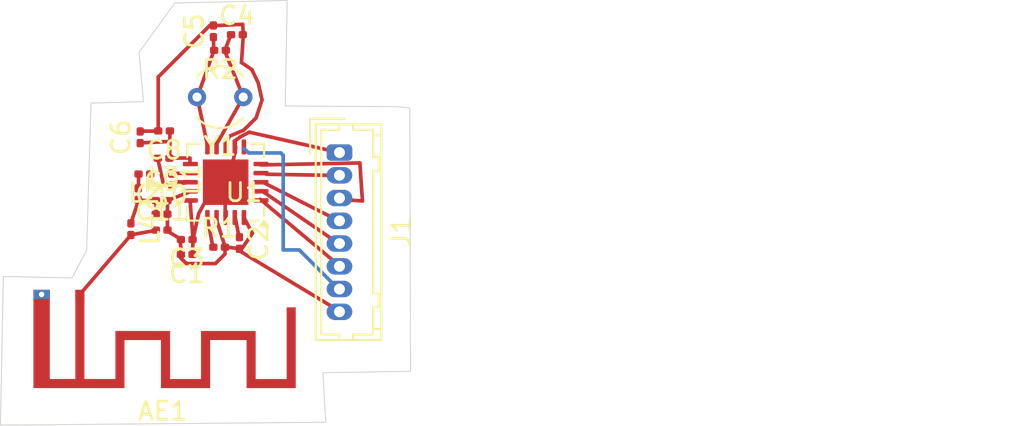
<source format=kicad_pcb>
(kicad_pcb (version 20240108) (generator "pcbnew") (generator_version "8.0")
  (title_block (title "Desarrollo de modulo NRF24L01 2.4GHz") (date "19") (rev "Josue Ocampo") (company "Josue Ocampo, Sistemas Embebidos II, UCB"))
  (layers (0 "F.Cu" signal) (31 "B.Cu" signal) (34 "B.Paste" user) (35 "F.Paste" user) (36 "B.SilkS" user "B.Silkscreen") (37 "F.SilkS" user "F.Silkscreen") (38 "B.Mask" user) (39 "F.Mask" user) (44 "Edge.Cuts" user))
  (net 0 "")
  (net 1 "Net-(AE1-A)")
  (net 2 "GND")
  (net 3 "VDD")
  (net 4 "Net-(U1-DVDD)")
  (net 5 "Net-(U1-XC2)")
  (net 6 "Net-(U1-XC1)")
  (net 7 "Net-(U1-VDD_PA)")
  (net 8 "Net-(C10-Pad1)")
  (net 9 "Net-(C7-Pad1)")
  (net 10 "Net-(J1-Pin_5)")
  (net 11 "Net-(J1-Pin_6)")
  (net 12 "Net-(J1-Pin_7)")
  (net 13 "Net-(J1-Pin_2)")
  (net 14 "Net-(J1-Pin_4)")
  (net 15 "Net-(J1-Pin_3)")
  (net 16 "Net-(U1-ANT1)")
  (net 17 "Net-(U1-ANT2)")
  (net 18 "Net-(U1-IREF)")
  (footprint "Capacitor_SMD:C_0201_0603Metric" (layer "F.Cu") (at 134.73 77.92)
    (property "Reference" "C9" (at 0 -1.05 0) (layer "F.SilkS"))
    (property "Value" "1p")
    (pad "1" smd roundrect (at -0.32 0) (size 0.46 0.4) (layers "F.Cu" "F.Mask") (net 8 "Net-(C10-Pad1)"))
    (pad "2" smd roundrect (at 0.32 0) (size 0.46 0.4) (layers "F.Cu" "F.Mask") (net 2 "GND"))
  )
  (footprint "Inductor_SMD:L_0201_0603Metric" (layer "F.Cu") (at 135.28 76.755 -90)
    (property "Reference" "L1" (at 0 -1.05 90) (layer "F.SilkS"))
    (property "Value" "8n2")
    (pad "1" smd roundrect (at -0.32 0 270) (size 0.46 0.4) (layers "F.Cu" "F.Mask") (net 16 "Net-(U1-ANT1)"))
    (pad "2" smd roundrect (at 0.32 0 270) (size 0.46 0.4) (layers "F.Cu" "F.Mask") (net 17 "Net-(U1-ANT2)"))
  )
  (footprint "Capacitor_SMD:C_0201_0603Metric" (layer "F.Cu") (at 139 80.25 -90)
    (property "Reference" "C2" (at 0 -1.05 90) (layer "F.SilkS"))
    (property "Value" "33nF")
    (pad "1" smd roundrect (at -0.32 0 270) (size 0.46 0.4) (layers "F.Cu" "F.Mask") (net 4 "Net-(U1-DVDD)"))
    (pad "2" smd roundrect (at 0.32 0 270) (size 0.46 0.4) (layers "F.Cu" "F.Mask") (net 2 "GND"))
  )
  (footprint "Capacitor_SMD:C_0201_0603Metric" (layer "F.Cu") (at 134.725 78.66)
    (property "Reference" "C10" (at 0 -1.05 0) (layer "F.SilkS"))
    (property "Value" "C")
    (pad "1" smd roundrect (at -0.32 0) (size 0.46 0.4) (layers "F.Cu" "F.Mask") (net 8 "Net-(C10-Pad1)"))
    (pad "2" smd roundrect (at 0.32 0) (size 0.46 0.4) (layers "F.Cu" "F.Mask") (net 2 "GND"))
  )
  (footprint "Inductor_SMD:L_0201_0603Metric" (layer "F.Cu") (at 133.78 76.46 180)
    (property "Reference" "L2" (at 0 -1.05 180) (layer "F.SilkS"))
    (property "Value" "3n9")
    (pad "1" smd roundrect (at -0.32 0 180) (size 0.46 0.4) (layers "F.Cu" "F.Mask") (net 16 "Net-(U1-ANT1)"))
    (pad "2" smd roundrect (at 0.32 0 180) (size 0.46 0.4) (layers "F.Cu" "F.Mask") (net 9 "Net-(C7-Pad1)"))
  )
  (footprint "Capacitor_SMD:C_0201_0603Metric" (layer "F.Cu") (at 137.57 68.615 90)
    (property "Reference" "C5" (at 0 -1.05 270) (layer "F.SilkS"))
    (property "Value" "22p")
    (pad "1" smd roundrect (at -0.32 0 90) (size 0.46 0.4) (layers "F.Cu" "F.Mask") (net 6 "Net-(U1-XC1)"))
    (pad "2" smd roundrect (at 0.32 0 90) (size 0.46 0.4) (layers "F.Cu" "F.Mask") (net 2 "GND"))
  )
  (footprint "Capacitor_SMD:C_0201_0603Metric" (layer "F.Cu") (at 133.55 74.44 90)
    (property "Reference" "C6" (at 0 -1.05 270) (layer "F.SilkS"))
    (property "Value" "C")
    (pad "1" smd roundrect (at -0.32 0 90) (size 0.46 0.4) (layers "F.Cu" "F.Mask") (net 7 "Net-(U1-VDD_PA)"))
    (pad "2" smd roundrect (at 0.32 0 90) (size 0.46 0.4) (layers "F.Cu" "F.Mask") (net 2 "GND"))
  )
  (footprint "Inductor_SMD:L_0201_0603Metric" (layer "F.Cu") (at 134.835 75.59 180)
    (property "Reference" "L3" (at 0 -1.05 180) (layer "F.SilkS"))
    (property "Value" "2n7")
    (pad "1" smd roundrect (at -0.32 0 180) (size 0.46 0.4) (layers "F.Cu" "F.Mask") (net 7 "Net-(U1-VDD_PA)"))
    (pad "2" smd roundrect (at 0.32 0 180) (size 0.46 0.4) (layers "F.Cu" "F.Mask") (net 17 "Net-(U1-ANT2)"))
  )
  (footprint "Capacitor_SMD:C_0201_0603Metric" (layer "F.Cu") (at 136.105 80.88 180)
    (property "Reference" "C1" (at 0 -1.05 180) (layer "F.SilkS"))
    (property "Value" "10n")
    (pad "1" smd roundrect (at -0.32 0 180) (size 0.46 0.4) (layers "F.Cu" "F.Mask") (net 3 "VDD"))
    (pad "2" smd roundrect (at 0.32 0 180) (size 0.46 0.4) (layers "F.Cu" "F.Mask") (net 2 "GND"))
  )
  (footprint "Capacitor_SMD:C_0201_0603Metric" (layer "F.Cu") (at 136.105 80.06 180)
    (property "Reference" "C3" (at 0 -1.05 180) (layer "F.SilkS"))
    (property "Value" "1n")
    (pad "1" smd roundrect (at -0.32 0 180) (size 0.46 0.4) (layers "F.Cu" "F.Mask") (net 3 "VDD"))
    (pad "2" smd roundrect (at 0.32 0 180) (size 0.46 0.4) (layers "F.Cu" "F.Mask") (net 2 "GND"))
  )
  (footprint "Inductor_SMD:L_0201_0603Metric" (layer "F.Cu") (at 133.04 79.49 -90)
    (property "Reference" "L4" (at 0 -1.05 90) (layer "F.SilkS"))
    (property "Value" "L")
    (pad "1" smd roundrect (at -0.32 0 270) (size 0.46 0.4) (layers "F.Cu" "F.Mask") (net 8 "Net-(C10-Pad1)"))
    (pad "2" smd roundrect (at 0.32 0 270) (size 0.46 0.4) (layers "F.Cu" "F.Mask") (net 1 "Net-(AE1-A)"))
  )
  (footprint "Resistor_SMD:R_0201_0603Metric" (layer "F.Cu") (at 137.885 80.48)
    (property "Reference" "R1" (at 0 -1.05 360) (layer "F.SilkS"))
    (property "Value" "22k")
    (pad "1" smd roundrect (at -0.32 0) (size 0.46 0.4) (layers "F.Cu" "F.Mask") (net 18 "Net-(U1-IREF)"))
    (pad "2" smd roundrect (at 0.32 0) (size 0.46 0.4) (layers "F.Cu" "F.Mask") (net 2 "GND"))
  )
  (footprint "Capacitor_SMD:C_0201_0603Metric" (layer "F.Cu") (at 134.86 74.09 180)
    (property "Reference" "C8" (at 0 -1.05 180) (layer "F.SilkS"))
    (property "Value" "C")
    (pad "1" smd roundrect (at -0.32 0 180) (size 0.46 0.4) (layers "F.Cu" "F.Mask") (net 7 "Net-(U1-VDD_PA)"))
    (pad "2" smd roundrect (at 0.32 0 180) (size 0.46 0.4) (layers "F.Cu" "F.Mask") (net 2 "GND"))
  )
  (footprint "Resistor_SMD:R_0201_0603Metric" (layer "F.Cu") (at 137.93 69.66 180)
    (property "Reference" "R2" (at 0 -1.05 180) (layer "F.SilkS"))
    (property "Value" "10M")
    (pad "1" smd roundrect (at -0.32 0 180) (size 0.46 0.4) (layers "F.Cu" "F.Mask") (net 5 "Net-(U1-XC2)"))
    (pad "2" smd roundrect (at 0.32 0 180) (size 0.46 0.4) (layers "F.Cu" "F.Mask") (net 6 "Net-(U1-XC1)"))
  )
  (footprint "Capacitor_SMD:C_0201_0603Metric" (layer "F.Cu") (at 134.73 79.54)
    (property "Reference" "C11" (at 0 -1.05 0) (layer "F.SilkS"))
    (property "Value" "C")
    (pad "1" smd roundrect (at -0.32 0) (size 0.46 0.4) (layers "F.Cu" "F.Mask") (net 1 "Net-(AE1-A)"))
    (pad "2" smd roundrect (at 0.32 0) (size 0.46 0.4) (layers "F.Cu" "F.Mask") (net 2 "GND"))
  )
  (footprint "Connector_Hirose:Hirose_DF13-08P-1.25DSA_1x08_P1.25mm_Vertical" (layer "F.Cu") (at 144.49 75.28 -90)
    (property "Reference" "J1" (at 4.38 -3.4 90) (layer "F.SilkS"))
    (property "Value" "Conn_01x08_Pin")
    (fp_line (start -1.86 1.61) (end 0.05 1.61) (stroke (width 0.12)) (layer "F.SilkS"))
    (fp_line (start -1.55 1.3) (end 10.3 1.3) (stroke (width 0.12)) (layer "F.SilkS"))
    (fp_line (start 10.3 1.3) (end 10.3 -2.3) (stroke (width 0.12)) (layer "F.SilkS"))
    (fp_line (start -1.25 1) (end 10 1) (stroke (width 0.12)) (layer "F.SilkS"))
    (fp_line (start 10 1) (end 10 0) (stroke (width 0.12)) (layer "F.SilkS"))
    (fp_line (start -1.55 0) (end -1.25 0) (stroke (width 0.12)) (layer "F.SilkS"))
    (fp_line (start -1.25 0) (end -1.25 1) (stroke (width 0.12)) (layer "F.SilkS"))
    (fp_line (start 10 0) (end 10.3 0) (stroke (width 0.12)) (layer "F.SilkS"))
    (fp_line (start -1.86 -0.3) (end -1.86 1.61) (stroke (width 0.12)) (layer "F.SilkS"))
    (fp_line (start -1.55 -0.75) (end -1.25 -0.75) (stroke (width 0.12)) (layer "F.SilkS"))
    (fp_line (start -1.25 -0.75) (end -1.25 -1.85) (stroke (width 0.12)) (layer "F.SilkS"))
    (fp_line (start 10 -0.75) (end 10 -1.85) (stroke (width 0.12)) (layer "F.SilkS"))
    (fp_line (start 10.3 -0.75) (end 10 -0.75) (stroke (width 0.12)) (layer "F.SilkS"))
    (fp_line (start -1.25 -1.85) (end -0.95 -1.85) (stroke (width 0.12)) (layer "F.SilkS"))
    (fp_line (start -0.95 -1.85) (end 0.25 -1.85) (stroke (width 0.12)) (layer "F.SilkS"))
    (fp_line (start -0.95 -1.85) (end -0.95 -2.3) (stroke (width 0.12)) (layer "F.SilkS"))
    (fp_line (start 0.25 -1.85) (end 0.25 -2.15) (stroke (width 0.12)) (layer "F.SilkS"))
    (fp_line (start 1 -1.85) (end 7.75 -1.85) (stroke (width 0.12)) (layer "F.SilkS"))
    (fp_line (start 7.75 -1.85) (end 7.75 -2.15) (stroke (width 0.12)) (layer "F.SilkS"))
    (fp_line (start 8.5 -1.85) (end 9.7 -1.85) (stroke (width 0.12)) (layer "F.SilkS"))
    (fp_line (start 9.7 -1.85) (end 9.7 -2.3) (stroke (width 0.12)) (layer "F.SilkS"))
    (fp_line (start 10 -1.85) (end 9.7 -1.85) (stroke (width 0.12)) (layer "F.SilkS"))
    (fp_line (start 0.25 -2.15) (end 1 -2.15) (stroke (width 0.12)) (layer "F.SilkS"))
    (fp_line (start 1 -2.15) (end 1 -1.85) (stroke (width 0.12)) (layer "F.SilkS"))
    (fp_line (start 7.75 -2.15) (end 8.5 -2.15) (stroke (width 0.12)) (layer "F.SilkS"))
    (fp_line (start 8.5 -2.15) (end 8.5 -1.85) (stroke (width 0.12)) (layer "F.SilkS"))
    (fp_line (start -1.55 -2.3) (end -1.55 1.3) (stroke (width 0.12)) (layer "F.SilkS"))
    (fp_line (start 10.3 -2.3) (end -1.55 -2.3) (stroke (width 0.12)) (layer "F.SilkS"))
    (pad "1" thru_hole roundrect (at 0 0 270) (size 0.9 1.4) (drill 0.6) (layers "*.Cu" "*.Mask") (net 3 "VDD"))
    (pad "2" thru_hole oval (at 1.25 0 270) (size 0.9 1.4) (drill 0.6) (layers "*.Cu" "*.Mask") (net 13 "Net-(J1-Pin_2)"))
    (pad "3" thru_hole oval (at 2.5 0 270) (size 0.9 1.4) (drill 0.6) (layers "*.Cu" "*.Mask") (net 15 "Net-(J1-Pin_3)"))
    (pad "4" thru_hole oval (at 3.75 0 270) (size 0.9 1.4) (drill 0.6) (layers "*.Cu" "*.Mask") (net 14 "Net-(J1-Pin_4)"))
    (pad "5" thru_hole oval (at 5 0 270) (size 0.9 1.4) (drill 0.6) (layers "*.Cu" "*.Mask") (net 10 "Net-(J1-Pin_5)"))
    (pad "6" thru_hole oval (at 6.25 0 270) (size 0.9 1.4) (drill 0.6) (layers "*.Cu" "*.Mask") (net 11 "Net-(J1-Pin_6)"))
    (pad "7" thru_hole oval (at 7.5 0 270) (size 0.9 1.4) (drill 0.6) (layers "*.Cu" "*.Mask") (net 12 "Net-(J1-Pin_7)"))
    (pad "8" thru_hole oval (at 8.75 0 270) (size 0.9 1.4) (drill 0.6) (layers "*.Cu" "*.Mask") (net 2 "GND"))
  )
  (footprint "RF_Antenna:Texas_SWRA117D_2.4GHz_Left" (layer "F.Cu") (at 130.24 83.075 180)
    (property "Reference" "AE1" (at -4.55 -6.41 180) (layer "F.SilkS"))
    (property "Value" "Antenna")
    (fp_poly (pts (xy -2.45 -2.51) (xy -4.45 -2.51) (xy -4.45 -5.15) (xy -7.15 -5.15) (xy -7.15 -2.51) (xy -9.15 -2.51) (xy -9.15 -5.15) (xy -11.85 -5.15) (xy -11.85 -0.71) (xy -11.35 -0.71) (xy -11.35 -4.65) (xy -9.65 -4.65) (xy -9.65 -2.01) (xy -6.65 -2.01) (xy -6.65 -4.65) (xy -4.95 -4.65) (xy -4.95 -2.01) (xy -1.95 -2.01) (xy -1.95 -4.65) (xy -0.25 -4.65) (xy -0.25 0.25) (xy 0.25 0.25) (xy 0.25 -4.65) (xy 1.65 -4.65) (xy 1.65 0.25) (xy 2.55 0.25) (xy 2.55 0.006785) (xy 2.247583 0.006785) (xy 2.237742 0.054395) (xy 2.213674 0.096797) (xy 2.175731 0.129581) (xy 2.167819 0.133935) (xy 2.125156 0.146043) (xy 2.076637 0.1453) (xy 2.031122 0.1324) (xy 2.012511 0.121787) (xy 1.978868 0.086553) (xy 1.958309 0.041368) (xy 1.951778 -0.008158) (xy 1.960218 -0.056417) (xy 1.977112 -0.088643) (xy 2.012372 -0.121313) (xy 2.057682 -0.141408) (xy 2.107267 -0.147982) (xy 2.155353 -0.140092) (xy 2.188245 -0.123186) (xy 2.223185 -0.086416) (xy 2.242847 -0.041622) (xy 2.247583 0.006785) (xy 2.55 0.006785) (xy 2.55 -5.15) (xy -2.45 -5.15) (xy -2.45 -2.51)) (fill solid) (layer "F.Cu"))
    (pad "1" connect rect (at 0 0 180) (size 0.5 0.5) (layers "F.Cu") (net 1 "Net-(AE1-A)"))
    (pad "2" thru_hole rect (at 2.1 0 180) (size 0.9 0.5) (drill 0.3) (layers "*.Cu"))
  )
  (footprint "Capacitor_SMD:C_0201_0603Metric" (layer "F.Cu") (at 133.44 77.565 -90)
    (property "Reference" "C7" (at 0 -1.05 90) (layer "F.SilkS"))
    (property "Value" "1p5")
    (pad "1" smd roundrect (at -0.32 0 270) (size 0.46 0.4) (layers "F.Cu" "F.Mask") (net 9 "Net-(C7-Pad1)"))
    (pad "2" smd roundrect (at 0.32 0 270) (size 0.46 0.4) (layers "F.Cu" "F.Mask") (net 8 "Net-(C10-Pad1)"))
  )
  (footprint "Capacitor_SMD:C_0201_0603Metric" (layer "F.Cu") (at 138.86 68.8)
    (property "Reference" "C4" (at 0 -1.05 0) (layer "F.SilkS"))
    (property "Value" "22p")
    (pad "1" smd roundrect (at -0.32 0) (size 0.46 0.4) (layers "F.Cu" "F.Mask") (net 5 "Net-(U1-XC2)"))
    (pad "2" smd roundrect (at 0.32 0) (size 0.46 0.4) (layers "F.Cu" "F.Mask") (net 2 "GND"))
  )
  (footprint "Crystal:Crystal_AT310_D3.0mm_L10.0mm_Vertical" (layer "F.Cu") (at 139.21 72.23 180)
    (property "Reference" "Y1" (at 1.27 -2.7 180) (layer "F.SilkS"))
    (property "Value" "16MHz")
    (fp_arc (start 2.540542 1.129479) (mid 1.270408 1.7) (end 0 1.130088) (stroke (width 0.12)) (layer "F.SilkS"))
    (fp_arc (start 0 -1.130088) (mid 1.270408 -1.7) (end 2.540542 -1.129479) (stroke (width 0.12)) (layer "F.SilkS"))
    (pad "1" thru_hole circle (at 0 0 180) (size 1 1) (drill 0.5) (layers "*.Cu" "*.Mask") (net 5 "Net-(U1-XC2)"))
    (pad "2" thru_hole circle (at 2.54 0 180) (size 1 1) (drill 0.5) (layers "*.Cu" "*.Mask") (net 6 "Net-(U1-XC1)"))
  )
  (footprint "Package_DFN_QFN:QFN-20-1EP_4x4mm_P0.5mm_EP2.5x2.5mm" (layer "F.Cu") (at 138.2425 76.91 180)
    (property "Reference" "U1" (at -1 -0.5625 180) (layer "F.SilkS"))
    (property "Value" "NRF24L01")
    (fp_line (start 2.11 2.11) (end 2.11 1.385) (stroke (width 0.12)) (layer "F.SilkS"))
    (fp_line (start 2.11 -2.11) (end 2.11 -1.385) (stroke (width 0.12)) (layer "F.SilkS"))
    (fp_line (start 1.385 2.11) (end 2.11 2.11) (stroke (width 0.12)) (layer "F.SilkS"))
    (fp_line (start 1.385 -2.11) (end 2.11 -2.11) (stroke (width 0.12)) (layer "F.SilkS"))
    (fp_line (start -1.385 2.11) (end -2.11 2.11) (stroke (width 0.12)) (layer "F.SilkS"))
    (fp_line (start -1.385 -2.11) (end -1.81 -2.11) (stroke (width 0.12)) (layer "F.SilkS"))
    (fp_line (start -2.11 2.11) (end -2.11 1.385) (stroke (width 0.12)) (layer "F.SilkS"))
    (fp_line (start -2.11 -1.385) (end -2.11 -1.87) (stroke (width 0.12)) (layer "F.SilkS"))
    (fp_poly (pts (xy -2.11 -2.11) (xy -2.35 -2.44) (xy -1.87 -2.44) (xy -2.11 -2.11)) (stroke (width 0.12)) (fill solid) (layer "F.SilkS"))
    (pad "1" smd roundrect (at -1.9375 -1 180) (size 0.825 0.25) (layers "F.Cu" "F.Paste" "F.Mask") (net 11 "Net-(J1-Pin_6)"))
    (pad "2" smd roundrect (at -1.9375 -0.5 180) (size 0.825 0.25) (layers "F.Cu" "F.Paste" "F.Mask") (net 10 "Net-(J1-Pin_5)"))
    (pad "3" smd roundrect (at -1.9375 0 180) (size 0.825 0.25) (layers "F.Cu" "F.Paste" "F.Mask") (net 14 "Net-(J1-Pin_4)"))
    (pad "4" smd roundrect (at -1.9375 0.5 180) (size 0.825 0.25) (layers "F.Cu" "F.Paste" "F.Mask") (net 13 "Net-(J1-Pin_2)"))
    (pad "5" smd roundrect (at -1.9375 1 180) (size 0.825 0.25) (layers "F.Cu" "F.Paste" "F.Mask") (net 15 "Net-(J1-Pin_3)"))
    (pad "6" smd roundrect (at -1 1.9375 180) (size 0.25 0.825) (layers "F.Cu" "F.Paste" "F.Mask") (net 12 "Net-(J1-Pin_7)"))
    (pad "7" smd roundrect (at -0.5 1.9375 180) (size 0.25 0.825) (layers "F.Cu" "F.Paste" "F.Mask") (net 3 "VDD"))
    (pad "8" smd roundrect (at 0 1.9375 180) (size 0.25 0.825) (layers "F.Cu" "F.Paste" "F.Mask") (net 2 "GND"))
    (pad "9" smd roundrect (at 0.5 1.9375 180) (size 0.25 0.825) (layers "F.Cu" "F.Paste" "F.Mask") (net 5 "Net-(U1-XC2)"))
    (pad "10" smd roundrect (at 1 1.9375 180) (size 0.25 0.825) (layers "F.Cu" "F.Paste" "F.Mask") (net 6 "Net-(U1-XC1)"))
    (pad "11" smd roundrect (at 1.9375 1 180) (size 0.825 0.25) (layers "F.Cu" "F.Paste" "F.Mask") (net 7 "Net-(U1-VDD_PA)"))
    (pad "12" smd roundrect (at 1.9375 0.5 180) (size 0.825 0.25) (layers "F.Cu" "F.Paste" "F.Mask") (net 16 "Net-(U1-ANT1)"))
    (pad "13" smd roundrect (at 1.9375 0 180) (size 0.825 0.25) (layers "F.Cu" "F.Paste" "F.Mask") (net 17 "Net-(U1-ANT2)"))
    (pad "14" smd roundrect (at 1.9375 -0.5 180) (size 0.825 0.25) (layers "F.Cu" "F.Paste" "F.Mask") (net 2 "GND"))
    (pad "15" smd roundrect (at 1.9375 -1 180) (size 0.825 0.25) (layers "F.Cu" "F.Paste" "F.Mask") (net 3 "VDD"))
    (pad "16" smd roundrect (at 1 -1.9375 180) (size 0.25 0.825) (layers "F.Cu" "F.Paste" "F.Mask") (net 18 "Net-(U1-IREF)"))
    (pad "17" smd roundrect (at 0.5 -1.9375 180) (size 0.25 0.825) (layers "F.Cu" "F.Paste" "F.Mask") (net 2 "GND"))
    (pad "18" smd roundrect (at 0 -1.9375 180) (size 0.25 0.825) (layers "F.Cu" "F.Paste" "F.Mask") (net 3 "VDD"))
    (pad "19" smd roundrect (at -0.5 -1.9375 180) (size 0.25 0.825) (layers "F.Cu" "F.Paste" "F.Mask") (net 4 "Net-(U1-DVDD)"))
    (pad "20" smd roundrect (at -1 -1.9375 180) (size 0.25 0.825) (layers "F.Cu" "F.Paste" "F.Mask") (net 2 "GND"))
    (pad "21" smd rect (at 0 0 180) (size 2.5 2.5) (property pad_prop_heatsink) (layers "F.Cu" "F.Mask"))
  )
  (gr_line (start 144.5 76.54) (end 140.47 76.47) (stroke (width 0.2)) (layer "F.Cu") (net 13))
  (gr_line (start 136.76 78.64) (end 136.45 80.03) (stroke (width 0.2)) (layer "F.Cu") (net 3))
  (gr_line (start 135 79.57) (end 135.73 80.01) (stroke (width 0.2)) (layer "F.Cu") (net 2))
  (gr_line (start 135.17 75.58) (end 136.28 75.58) (stroke (width 0.2)) (layer "F.Cu") (net 7))
  (gr_line (start 134.42 77.95) (end 133.47 77.89) (stroke (width 0.2)) (layer "F.Cu") (net 8))
  (gr_line (start 136.28 75.58) (end 136.29 75.85) (stroke (width 0.2)) (layer "F.Cu") (net 7))
  (gr_line (start 135.29 77.07) (end 134.83 77.04) (stroke (width 0.2)) (layer "F.Cu") (net 17))
  (gr_line (start 134.42 78.65) (end 134.42 77.95) (stroke (width 0.2)) (layer "F.Cu") (net 8))
  (gr_line (start 140.03 71.45) (end 140.24 72.39) (stroke (width 0.2)) (layer "F.Cu") (net 2))
  (gr_line (start 139.68 70.72) (end 140.03 71.45) (stroke (width 0.2)) (layer "F.Cu") (net 2))
  (gr_line (start 145.61 75.85) (end 140.17 75.96) (stroke (width 0.2)) (layer "F.Cu") (net 15))
  (gr_line (start 137.54 80.47) (end 137.25 78.93) (stroke (width 0.2)) (layer "F.Cu") (net 18))
  (gr_line (start 138.19 69.69) (end 139.21 72.23) (stroke (width 0.2)) (layer "F.Cu") (net 5))
  (gr_line (start 137.55 68.31) (end 139.18 68.23) (stroke (width 0.2)) (layer "F.Cu") (net 2))
  (gr_line (start 138.77 78.85) (end 138.98 79.95) (stroke (width 0.2)) (layer "F.Cu") (net 4))
  (gr_line (start 135.03 78.7) (end 135.06 77.91) (stroke (width 0.2)) (layer "F.Cu") (net 2))
  (gr_line (start 144.59 77.86) (end 145.75 77.94) (stroke (width 0.2)) (layer "F.Cu") (net 15))
  (gr_line (start 139.18 68.23) (end 139.21 68.86) (stroke (width 0.2)) (layer "F.Cu") (net 2))
  (gr_line (start 139.21 72.23) (end 137.75 74.82) (stroke (width 0.2)) (layer "F.Cu") (net 5))
  (gr_line (start 135.18 74.67) (end 135.17 75.58) (stroke (width 0.2)) (layer "F.Cu") (net 7))
  (gr_line (start 135.29 77.07) (end 136.32 76.89) (stroke (width 0.2)) (layer "F.Cu") (net 17))
  (gr_line (start 139.91 73.38) (end 139.23 74.05) (stroke (width 0.2)) (layer "F.Cu") (net 2))
  (gr_line (start 133.47 77.89) (end 133.04 79.16) (stroke (width 0.2)) (layer "F.Cu") (net 8))
  (gr_line (start 138.21 80.46) (end 137.77 79.06) (stroke (width 0.2)) (layer "F.Cu") (net 2))
  (gr_line (start 136.68 72.24) (end 137.26 74.95) (stroke (width 0.2)) (layer "F.Cu") (net 6))
  (gr_line (start 144.54 81.55) (end 140.14 77.85) (stroke (width 0.2)) (layer "F.Cu") (net 11))
  (gr_line (start 144.57 84.04) (end 138.95 80.65) (stroke (width 0.2)) (layer "F.Cu") (net 2))
  (gr_line (start 139.71 79.72) (end 139.16 80.52) (stroke (width 0.2)) (layer "F.Cu") (net 2))
  (gr_line (start 139.11 70.33) (end 139.68 70.72) (stroke (width 0.2)) (layer "F.Cu") (net 2))
  (gr_line (start 139.54 74.16) (end 139.04 74.42) (stroke (width 0.2)) (layer "F.Cu") (net 3))
  (gr_line (start 134.83 77.04) (end 134.53 75.68) (stroke (width 0.2)) (layer "F.Cu") (net 17))
  (gr_line (start 139.23 78.82) (end 139.71 79.72) (stroke (width 0.2)) (layer "F.Cu") (net 2))
  (gr_line (start 135.06 77.91) (end 136.27 77.44) (stroke (width 0.2)) (layer "F.Cu") (net 2))
  (gr_line (start 137.59 69.7) (end 136.68 72.24) (stroke (width 0.2)) (layer "F.Cu") (net 6))
  (gr_line (start 145.75 77.94) (end 145.61 75.85) (stroke (width 0.2)) (layer "F.Cu") (net 15))
  (gr_line (start 138.22 77.93) (end 138.8 74.99) (stroke (width 0.2)) (layer "F.Cu") (net 3))
  (gr_line (start 139.04 74.42) (end 138.77 74.62) (stroke (width 0.2)) (layer "F.Cu") (net 3))
  (gr_line (start 135.28 76.43) (end 136.29 76.41) (stroke (width 0.2)) (layer "F.Cu") (net 16))
  (gr_line (start 137.59 69.7) (end 137.57 68.94) (stroke (width 0.2)) (layer "F.Cu") (net 6))
  (gr_line (start 136.42 80.93) (end 136.45 80.03) (stroke (width 0.2)) (layer "F.Cu") (net 3))
  (gr_line (start 133.05 79.8) (end 130.24 83.075) (stroke (width 0.2)) (layer "F.Cu") (net 1))
  (gr_line (start 144.47 79.04) (end 140.3 76.92) (stroke (width 0.2)) (layer "F.Cu") (net 14))
  (gr_line (start 144.49 75.28) (end 139.54 74.16) (stroke (width 0.2)) (layer "F.Cu") (net 3))
  (gr_line (start 138.45 74.38) (end 138.22 74.86) (stroke (width 0.2)) (layer "F.Cu") (net 2))
  (gr_line (start 140.24 72.39) (end 139.91 73.38) (stroke (width 0.2)) (layer "F.Cu") (net 2))
  (gr_line (start 139.04 80.57) (end 138.21 80.46) (stroke (width 0.2)) (layer "F.Cu") (net 2))
  (gr_line (start 137.12 77.97) (end 136.76 78.64) (stroke (width 0.2)) (layer "F.Cu") (net 3))
  (gr_line (start 136.29 77.92) (end 136.45 80.03) (stroke (width 0.2)) (layer "F.Cu") (net 3))
  (gr_line (start 133.47 76.44) (end 133.45 77.21) (stroke (width 0.2)) (layer "F.Cu") (net 9))
  (gr_line (start 134.44 79.55) (end 133.05 79.8) (stroke (width 0.2)) (layer "F.Cu") (net 1))
  (gr_line (start 139.23 74.05) (end 138.45 74.38) (stroke (width 0.2)) (layer "F.Cu") (net 2))
  (gr_line (start 138.22 77.93) (end 137.12 77.97) (stroke (width 0.2)) (layer "F.Cu") (net 3))
  (gr_line (start 139.21 68.86) (end 139.11 70.33) (stroke (width 0.2)) (layer "F.Cu") (net 2))
  (gr_line (start 135.73 80.01) (end 135.82 80.87) (stroke (width 0.2)) (layer "F.Cu") (net 2))
  (gr_line (start 133.56 74.1) (end 134.55 74.1) (stroke (width 0.2)) (layer "F.Cu") (net 2))
  (gr_line (start 138.21 78.82) (end 138.22 77.93) (stroke (width 0.2)) (layer "F.Cu") (net 3))
  (gr_line (start 144.56 80.36) (end 140.28 77.42) (stroke (width 0.2)) (layer "F.Cu") (net 10))
  (gr_line (start 138.19 69.69) (end 138.52 68.82) (stroke (width 0.2)) (layer "F.Cu") (net 5))
  (gr_line (start 133.55 74.75) (end 135.18 74.67) (stroke (width 0.2)) (layer "F.Cu") (net 7))
  (gr_poly (pts (xy 135.46 67.06) (xy 141.62 66.92) (xy 141.51 72.72) (xy 147.67 72.76) (xy 148.35 72.83) (xy 148.39 87.3) (xy 143.58 87.38) (xy 143.74 90.1) (xy 125.88 90.26) (xy 126.04 82.09) (xy 129.81 82.17) (xy 130.61 80.65) (xy 130.85 72.56) (xy 133.73 72.48) (xy 133.49 69.76) (xy 135.47 67.04) (xy 135.49 67.08) (xy 135.5 67.08)) (stroke (width 0.05)) (fill none) (layer "Edge.Cuts"))
  (segment (start 136.085001 81.38) (end 137.68 81.38) (width 0.2) (layer "F.Cu") (net 2))
  (segment (start 135.045 79.535) (end 135.05 79.54) (width 0.2) (layer "F.Cu") (net 2))
  (segment (start 134.54 71.125001) (end 137.370001 68.295) (width 0.2) (layer "F.Cu") (net 2))
  (segment (start 134.54 74.09) (end 134.54 71.125001) (width 0.2) (layer "F.Cu") (net 2))
  (segment (start 138.205 80.855) (end 138.205 80.48) (width 0.2) (layer "F.Cu") (net 2))
  (segment (start 135.045 78.66) (end 135.045 79.535) (width 0.2) (layer "F.Cu") (net 2))
  (segment (start 137.370001 68.295) (end 137.57 68.295) (width 0.2) (layer "F.Cu") (net 2))
  (segment (start 135.785 80.88) (end 135.785 81.079999) (width 0.2) (layer "F.Cu") (net 2))
  (segment (start 135.785 81.079999) (end 136.085001 81.38) (width 0.2) (layer "F.Cu") (net 2))
  (segment (start 137.68 81.38) (end 138.205 80.855) (width 0.2) (layer "F.Cu") (net 2))
  (segment (start 135.18 74.09) (end 135.18 74.67) (width 0.2) (layer "F.Cu") (net 7))
  (segment (start 141.27 75.3) (end 139.5 75.3) (width 0.2) (layer "B.Cu") (net 12))
  (segment (start 141.4 80.63) (end 141.4 75.43) (width 0.2) (layer "B.Cu") (net 12))
  (segment (start 142.27934 80.63) (end 141.4 80.63) (width 0.2) (layer "B.Cu") (net 12))
  (segment (start 144.42934 82.78) (end 142.27934 80.63) (width 0.2) (layer "B.Cu") (net 12))
  (segment (start 139.5 75.3) (end 139.26 75.06) (width 0.2) (layer "B.Cu") (net 12))
  (segment (start 144.49 82.78) (end 144.42934 82.78) (width 0.2) (layer "B.Cu") (net 12))
  (segment (start 141.4 75.43) (end 141.27 75.3) (width 0.2) (layer "B.Cu") (net 12))
  (segment (start 135.664999 76.89) (end 136.32 76.89) (width 0.2) (layer "F.Cu") (net 17))
  (segment (start 135.28 77.075) (end 135.479999 77.075) (width 0.2) (layer "F.Cu") (net 17))
  (segment (start 135.479999 77.075) (end 135.664999 76.89) (width 0.2) (layer "F.Cu") (net 17))
)
</source>
